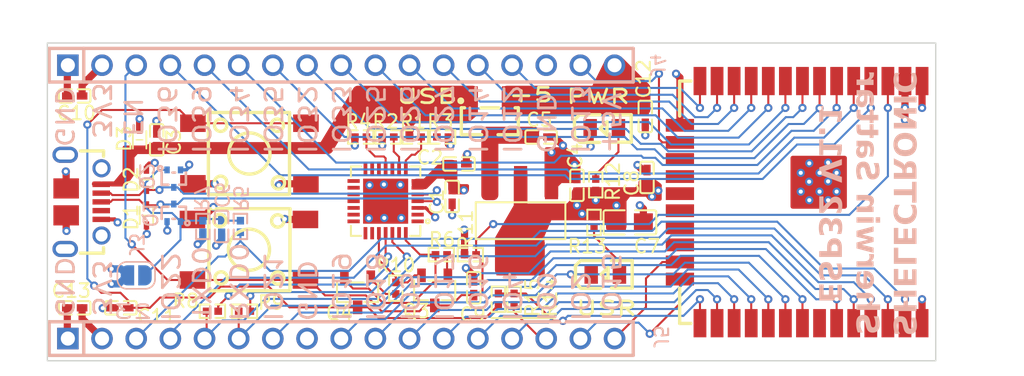
<source format=kicad_pcb>
(kicad_pcb (version 20221018) (generator pcbnew)
  (layers (0 "F.Cu" signal) (1 "In1.Cu" power) (2 "In2.Cu" power) (31 "B.Cu" signal) (34 "B.Paste" user) (35 "F.Paste" user) (36 "B.SilkS" user "B.Silkscreen") (37 "F.SilkS" user "F.Silkscreen") (38 "B.Mask" user) (39 "F.Mask" user) (44 "Edge.Cuts" user))
  (net 0 "")
  (net 1 "GND")
  (net 2 "+3V3")
  (net 3 "5V_BUS")
  (net 4 "+5V LDO in")
  (net 5 "Net-(J3-A)")
  (net 6 "EN")
  (net 7 "IO0_BTN")
  (net 8 "+5V")
  (net 9 "D+")
  (net 10 "D-")
  (net 12 "I36")
  (net 13 "I39")
  (net 14 "I34")
  (net 15 "I35")
  (net 16 "IO32")
  (net 17 "IO33")
  (net 18 "IO25")
  (net 19 "IO26")
  (net 20 "IO27")
  (net 21 "IO14")
  (net 22 "IO12")
  (net 23 "IO13")
  (net 24 "IO23")
  (net 25 "IO22")
  (net 26 "TXD0")
  (net 27 "RXD0")
  (net 28 "IO21")
  (net 29 "IO19")
  (net 30 "IO18")
  (net 31 "IO5")
  (net 32 "IO17")
  (net 33 "IO16")
  (net 34 "IO4")
  (net 35 "IO0_CON")
  (net 36 "IO2")
  (net 37 "IO15")
  (net 38 "Net-(LED1-A)")
  (net 39 "Net-(LED2-+)")
  (net 40 "Net-(Q3-B)")
  (net 41 "RTS")
  (net 42 "Net-(Q4-B)")
  (net 43 "DTR")
  (net 44 "Net-(U2-VBUS)")
  (net 45 "Net-(U2-RSTb)")
  (net 46 "Net-(U2-SUSPENDb)")
  (net 47 "RXD")
  (net 48 "TXD")
  (net 49 "Net-(U1-IO0)")
  (footprint "easyeda2kicad:R0402" (layer "F.Cu") (at 92.886 121.031)
    (fp_text reference "R3")
    (fp_text value "47.5k")
  )
  (footprint "easyeda2kicad:QFN-28_L5.0-W5.0-P0.50-TL-EP3.3" (layer "F.Cu") (at 88.646 125.8048 180)
    (fp_text reference "U2" hide)
    (fp_text value "CP2102N-A02-GQFN28R")
  )
  (footprint "easyeda2kicad:SOD-523_L1.2-W0.8-LS1.6-BI" (layer "F.Cu") (at 70.866 126.861 90)
    (fp_text reference "D1")
    (fp_text value "LESD5D5.0CT1G")
  )
  (footprint "easyeda2kicad:KEY-SMD_4P-L6.0-W6.0-P4.50-LS9.0" (layer "F.Cu") (at 78.5204 122.2608)
    (fp_text reference "SW2" hide)
    (fp_text value "PTS645SH50SMTR92LFS")
  )
  (footprint "easyeda2kicad:R0402" (layer "F.Cu") (at 86.7918 121.031)
    (fp_text reference "R4")
    (fp_text value "10k")
  )
  (footprint "easyeda2kicad:HDR-SMD_3P-P1.27-V-M-LS4.2_X1311WVS-03J-C40D42R2" (layer "F.Cu") (at 96.393 119.862)
    (fp_text reference "J2" hide)
    (fp_text value "X1311WVS-03J-C40D42R2")
  )
  (footprint "easyeda2kicad:R0402" (layer "F.Cu") (at 92.7836 129.7834)
    (fp_text reference "R6")
    (fp_text value "10k")
  )
  (footprint "easyeda2kicad:C0402" (layer "F.Cu") (at 107.95 119.507 90)
    (fp_text reference "C12")
    (fp_text value "100nF")
  )
  (footprint "easyeda2kicad:C0402" (layer "F.Cu") (at 65.532 133.731)
    (fp_text reference "C13")
    (fp_text value "100nF")
  )
  (footprint "easyeda2kicad:R0402" (layer "F.Cu") (at 104.267 124.587 -90)
    (fp_text reference "R12")
    (fp_text value "5.1k")
  )
  (footprint "easyeda2kicad:R0402" (layer "F.Cu") (at 98.1964 133.096 -90)
    (fp_text reference "R14")
    (fp_text value "22K")
  )
  (footprint "easyeda2kicad:SOT-23-3_L2.9-W1.3-P1.90-LS2.4-BR" (layer "F.Cu") (at 86.5606 132.5774 90)
    (fp_text reference "Q4")
    (fp_text value "SS8050-G")
  )
  (footprint "easyeda2kicad:R0402" (layer "F.Cu") (at 94.9426 129.7834 180)
    (fp_text reference "R11")
    (fp_text value "10k")
  )
  (footprint "easyeda2kicad:C0402" (layer "F.Cu") (at 68.961 133.731)
    (fp_text reference "C11")
    (fp_text value "100nF")
  )
  (footprint "easyeda2kicad:R0402" (layer "F.Cu") (at 75.77 133.985)
    (fp_text reference "R8")
    (fp_text value "0")
  )
  (footprint "easyeda2kicad:R0402" (layer "F.Cu") (at 104.14 127.381 90)
    (fp_text reference "R13")
    (fp_text value "560")
  )
  (footprint "easyeda2kicad:SOD-523_L1.2-W0.8-LS1.6-BI" (layer "F.Cu") (at 70.358 121.243 -90)
    (fp_text reference "D3")
    (fp_text value "LESD5D5.0CT1G")
  )
  (footprint "easyeda2kicad:C0402" (layer "F.Cu") (at 102.87 124.623 -90)
    (fp_text reference "C4")
    (fp_text value "10uF")
  )
  (footprint "easyeda2kicad:LED0805-R-RD" (layer "F.Cu") (at 104.9782 131.2418)
    (fp_text reference "LED2" hide)
    (fp_text value "FC-2012HRK-620D")
  )
  (footprint "easyeda2kicad:KEY-SMD_4P-L6.0-W6.0-P4.50-LS9.0" (layer "F.Cu") (at 78.486 129.413 180)
    (fp_text reference "SW1" hide)
    (fp_text value "PTS645SH50SMTR92LFS")
  )
  (footprint "easyeda2kicad:C0805" (layer "F.Cu") (at 106.807 127.381)
    (fp_text reference "C7")
    (fp_text value "22uF")
  )
  (footprint "easyeda2kicad:C0402" (layer "F.Cu") (at 95.1966 132.2384 -90)
    (fp_text reference "C9")
    (fp_text value "100nF")
  )
  (footprint "easyeda2kicad:R0402" (layer "F.Cu") (at 88.822 121.031)
    (fp_text reference "R2")
    (fp_text value "1k")
  )
  (footprint "easyeda2kicad:SOT-223-4_L6.5-W3.5-P2.30-LS7.0-BR" (layer "F.Cu") (at 98.679 127.254 90)
    (fp_text reference "U3" hide)
    (fp_text value "AMS1117-3.3_C347222")
  )
  (footprint "easyeda2kicad:C0402" (layer "F.Cu") (at 71.628 121.243 -90)
    (fp_text reference "C3")
    (fp_text value "100n")
  )
  (footprint "easyeda2kicad:R0402" (layer "F.Cu") (at 90.854 121.031)
    (fp_text reference "R1")
    (fp_text value "22.1k")
  )
  (footprint "easyeda2kicad:R0402" (layer "F.Cu") (at 89.4054 132.2726 -90)
    (fp_text reference "R10")
    (fp_text value "10k")
  )
  (footprint "easyeda2kicad:MICRO-USB-SMD_105017-0001" (layer "F.Cu") (at 66.177 125.857 -90)
    (fp_text reference "J1" hide)
    (fp_text value "105017-0001")
  )
  (footprint "easyeda2kicad:C0402" (layer "F.Cu") (at 65.532 117.983)
    (fp_text reference "C10")
    (fp_text value "100nF")
  )
  (footprint "easyeda2kicad:C0402" (layer "F.Cu") (at 100.203 121.031 180)
    (fp_text reference "C5")
    (fp_text value "10uF")
  )
  (footprint "easyeda2kicad:R0402" (layer "F.Cu") (at 97.028 133.096 -90)
    (fp_text reference "R15")
    (fp_text value "22K")
  )
  (footprint "easyeda2kicad:SOD-523_L1.2-W0.8-LS1.6-BI" (layer "F.Cu") (at 70.866 124.218 -90)
    (fp_text reference "D2")
    (fp_text value "LESD5D5.0CT1G")
  )
  (footprint "easyeda2kicad:SOT-23-3_L2.9-W1.3-P1.90-LS2.4-BR" (layer "F.Cu") (at 92.2756 132.4504 90)
    (fp_text reference "Q3")
    (fp_text value "SS8050-G")
  )
  (footprint "easyeda2kicad:LED0805-R-RD" (layer "F.Cu") (at 104.902 120.396)
    (fp_text reference "LED1" hide)
    (fp_text value "0805G (Green)")
  )
  (footprint "easyeda2kicad:WIFI-SMD_ESP32-WROOM-32E" (layer "F.Cu") (at 119.524 125.874 180)
    (fp_text reference "U1" hide)
    (fp_text value "ESP32-WROOM-32E(8MB)")
  )
  (footprint "easyeda2kicad:R0402" (layer "F.Cu") (at 78.154 133.985)
    (fp_text reference "R9")
    (fp_text value "0")
  )
  (footprint "easyeda2kicad:C0402" (layer "F.Cu") (at 93.5902 125.4506 -90)
    (fp_text reference "C1")
    (fp_text value "4.7uF")
  )
  (footprint "easyeda2kicad:C0402" (layer "F.Cu") (at 94.0982 123.0376)
    (fp_text reference "C2")
    (fp_text value "100nF")
  )
  (footprint "easyeda2kicad:C0402" (layer "F.Cu") (at 108.077 124.037 -90)
    (fp_text reference "C8")
    (fp_text value "100nF")
  )
  (footprint "easyeda2kicad:HDR-TH_17P-P2.54-V-M" (layer "B.Cu") (at 85.344 115.697)
    (fp_text reference "J4")
    (fp_text value "X6511WV-17H-C30D60")
  )
  (footprint "easyeda2kicad:R0402" (layer "B.Cu") (at 77.851 127.684 90)
    (fp_text reference "R5")
    (fp_text value "1k")
  )
  (footprint "easyeda2kicad:C0402" (layer "B.Cu") (at 76.454 127.684 -90)
    (fp_text reference "C6")
    (fp_text value "100nF")
  )
  (footprint "easyeda2kicad:SOT-523-3_L1.6-W0.8-P1.00-LS1.6-BR" (layer "B.Cu") (at 72.898 124.128 90)
    (fp_text reference "Q2")
    (fp_text value "2N7002T-7-F")
  )
  (footprint "easyeda2kicad:HDR-TH_17P-P2.54-V-M" (layer "B.Cu") (at 85.344 136.017)
    (fp_text reference "J5")
    (fp_text value "X6511WV-17H-C30D60")
  )
  (footprint "easyeda2kicad:R0402" (layer "B.Cu") (at 75.057 127.684 90)
    (fp_text reference "R7")
    (fp_text value "10k")
  )
  (footprint "Jumper:SolderJumper-2_P1.3mm_Open_RoundedPad1.0x1.5mm" (layer "B.Cu") (at 70.104 131.318 180)
    (fp_text reference "J3")
    (fp_text value "SolderJumper_2_Open")
  )
  (footprint "easyeda2kicad:SOT-523-3_L1.6-W0.8-P1.00-LS1.6-BR" (layer "B.Cu") (at 72.898 126.668 -90)
    (fp_text reference "Q1")
    (fp_text value "2N7002T-7-F")
  )
  (gr_line (start 96.52 134.493) (end 101.219 134.493) (stroke (width 0.1524)) (layer "F.SilkS"))
  (gr_rect (start 63.5 114.046) (end 129.54 137.668) (stroke (width 0.1)) (fill none) (layer "Edge.Cuts"))
  (gr_text "IO16" (at 94.742 134.874 270) (layer "B.SilkS") (effects (font (size 1.27 1.5) (thickness 0.2032)) (justify left bottom mirror)))
  (gr_text "TXD0" (at 74.168 134.7724 270) (layer "B.SilkS") (effects (font (size 1.27 1.5) (thickness 0.2032)) (justify left bottom mirror)))
  (gr_text "IO35" (at 79.502 122.428 270) (layer "B.SilkS") (effects (font (size 1.27 1.5) (thickness 0.2032)) (justify left bottom mirror)))
  (gr_text "+5V\n" (at 104.648 122.428 -90) (layer "B.SilkS") (effects (font (size 1.27 1.5) (thickness 0.2032)) (justify left bottom mirror)))
  (gr_text "3V3" (at 66.7766 121.2596 270) (layer "B.SilkS") (effects (font (size 1.27 1.5) (thickness 0.2032)) (justify left bottom mirror)))
  (gr_text "IO22" (at 71.882 134.874 270) (layer "B.SilkS") (effects (font (size 1.27 1.5) (thickness 0.2032)) (justify left bottom mirror)))
  (gr_text "RXD0\n" (at 76.962 134.874 270) (layer "B.SilkS") (effects (font (size 1.27 1.5) (thickness 0.2032)) (justify left bottom mirror)))
  (gr_text "GND" (at 82.042 134.874 270) (layer "B.SilkS") (effects (font (size 1.27 1.5) (thickness 0.2032)) (justify left bottom mirror)))
  (gr_text "IO4" (at 97.282 134.874 270) (layer "B.SilkS") (effects (font (size 1.27 1.5) (thickness 0.2032)) (justify left bottom mirror)))
  (gr_text "IO33" (at 84.582 122.428 270) (layer "B.SilkS") (effects (font (size 1.27 1.5) (thickness 0.2032)) (justify left bottom mirror)))
  (gr_text "GND" (at 99.822 122.428 -90) (layer "B.SilkS") (effects (font (size 1.27 1.5) (thickness 0.2032)) (justify left bottom mirror)))
  (gr_text "IO0\n" (at 99.822 134.874 270) (layer "B.SilkS") (effects (font (size 1.27 1.5) (thickness 0.2032)) (justify left bottom mirror)))
  (gr_text "GND" (at 64.008 121.92 270) (layer "B.SilkS") (effects (font (size 1.27 1.5) (thickness 0.2032)) (justify left bottom mirror)))
  (gr_text "23" (at 71.374 134.62) (layer "B.SilkS") (effects (font (size 1.016 1.5) (thickness 0.1524)) (justify left bottom mirror)))
  (gr_text "IO14" (at 94.742 122.428 -90) (layer "B.SilkS") (effects (font (size 1.27 1.5) (thickness 0.2032)) (justify left bottom mirror)))
  (gr_text "IO19" (at 84.582 134.874 270) (layer "B.SilkS") (effects (font (size 1.27 1.5) (thickness 0.2032)) (justify left bottom mirror)))
  (gr_text "3V3" (at 66.7766 134.4422 270) (layer "B.SilkS") (effects (font (size 1.27 1.5) (thickness 0.2032)) (justify left bottom mirror)))
  (gr_text "EN" (at 69.088 121.158 270) (layer "B.SilkS") (effects (font (size 1.27 1.5) (thickness 0.2032)) (justify left bottom mirror)))
  (gr_text "IO36" (at 71.628 122.428 270) (layer "B.SilkS") (effects (font (size 1.27 1.5) (thickness 0.2032)) (justify left bottom mirror)))
  (gr_text "IO26" (at 89.662 122.428 270) (layer "B.SilkS") (effects (font (size 1.27 1.5) (thickness 0.2032)) (justify left bottom mirror)))
  (gr_text "IO2" (at 102.362 134.874 270) (layer "B.SilkS") (effects (font (size 1.27 1.5) (thickness 0.2032)) (justify left bottom mirror)))
  (gr_text "SHELECTRONIC\nSherwin Sattar\nESP32 V1.1" (at 120.5992 125.984 270) (layer "B.SilkS") (effects (font (size 1.651 1.651) (thickness 0.3) bold) (justify bottom mirror)))
  (gr_text "IO32" (at 82.042 122.428 270) (layer "B.SilkS") (effects (font (size 1.27 1.5) (thickness 0.2032)) (justify left bottom mirror)))
  (gr_text "IO5" (at 89.662 134.874 270) (layer "B.SilkS") (effects (font (size 1.27 1.5) (thickness 0.2032)) (justify left bottom mirror)))
  (gr_text "IO27" (at 92.202 122.428 270) (layer "B.SilkS") (effects (font (size 1.27 1.5) (thickness 0.2032)) (justify left bottom mirror)))
  (gr_text "IO13\n" (at 102.362 122.428 -90) (layer "B.SilkS") (effects (font (size 1.27 1.5) (thickness 0.2032)) (justify left bottom mirror)))
  (gr_text "IO17" (at 92.202 134.874 270) (layer "B.SilkS") (effects (font (size 1.27 1.5) (thickness 0.2032)) (justify left bottom mirror)))
  (gr_text "IO34" (at 76.962 122.428 270) (layer "B.SilkS") (effects (font (size 1.27 1.5) (thickness 0.2032)) (justify left bottom mirror)))
  (gr_text "IO15" (at 104.648 134.874 270) (layer "B.SilkS") (effects (font (size 1.27 1.5) (thickness 0.2032)) (justify left bottom mirror)))
  (gr_text "IO25" (at 87.122 122.428 270) (layer "B.SilkS") (effects (font (size 1.27 1.5) (thickness 0.2032)) (justify left bottom mirror)))
  (gr_text "IO12" (at 97.282 122.428 -90) (layer "B.SilkS") (effects (font (size 1.27 1.5) (thickness 0.2032)) (justify left bottom mirror)))
  (gr_text "IO18" (at 87.122 134.874 270) (layer "B.SilkS") (effects (font (size 1.27 1.5) (thickness 0.2032)) (justify left bottom mirror)))
  (gr_text "GND" (at 64.008 134.62 270) (layer "B.SilkS") (effects (font (size 1.27 1.5) (thickness 0.2032)) (justify left bottom mirror)))
  (gr_text "IO21" (at 79.502 134.874 270) (layer "B.SilkS") (effects (font (size 1.27 1.5) (thickness 0.2032)) (justify left bottom mirror)))
  (gr_text "IO39" (at 74.168 122.428 270) (layer "B.SilkS") (effects (font (size 1.27 1.5) (thickness 0.2032)) (justify left bottom mirror)))
  (gr_text "+5\n" (at 101.219 118.491) (layer "F.SilkS") (effects (font (size 1.016 1.5) (thickness 0.2032) bold) (justify right bottom)))
  (gr_text "USR" (at 107.442 134.366) (layer "F.SilkS") (effects (font (size 1.016 1.5) (thickness 0.2032) bold) (justify right bottom)))
  (gr_text "USB\n" (at 94.107 118.618) (layer "F.SilkS") (effects (font (size 1.016 1.5) (thickness 0.2032) bold) (justify right bottom)))
  (gr_text "PWR" (at 106.934 118.618) (layer "F.SilkS") (effects (font (size 1.016 1.5) (thickness 0.2032) bold) (justify right bottom)))
  (segment (start 86.36 121.0328) (end 86.3618 121.031) (width 0.1524) (layer "F.Cu") (net 1))
  (segment (start 128.524 134.874) (end 128.524 133.096) (width 0.5334) (layer "F.Cu") (net 1))
  (segment (start 95.1966 131.35226) (end 94.615 130.77066) (width 0.5334) (layer "F.Cu") (net 1))
  (segment (start 107.95 120.057) (end 107.95 120.904) (width 0.5334) (layer "F.Cu") (net 1))
  (segment (start 103.852 121.7087) (end 103.886 121.7427) (width 0.5334) (layer "F.Cu") (net 1))
  (segment (start 70.866 128.2192) (end 70.8914 128.2446) (width 0.1524) (layer "F.Cu") (net 1))
  (segment (start 128.524 116.874) (end 128.524 118.872) (width 0.5334) (layer "F.Cu") (net 1))
  (segment (start 64.897 127.9906) (end 64.9224 128.016) (width 0.1524) (layer "F.Cu") (net 1))
  (segment (start 100.979 124.424) (end 100.979 122.174) (width 0.5334) (layer "F.Cu") (net 1))
  (segment (start 91.026 126.3048) (end 91.6338 126.3048) (width 0.254) (layer "F.Cu") (net 1))
  (segment (start 64.982 135.975) (end 65.024 136.017) (width 0.1524) (layer "F.Cu") (net 1))
  (segment (start 103.852 120.396) (end 103.852 121.7087) (width 0.5334) (layer "F.Cu") (net 1))
  (segment (start 64.982 133.731) (end 64.982 135.975) (width 0.5334) (layer "F.Cu") (net 1))
  (segment (start 64.897 123.6218) (end 64.8716 123.5964) (width 0.1524) (layer "F.Cu") (net 1))
  (segment (start 70.866 127.611) (end 70.866 128.2192) (width 0.2032) (layer "F.Cu") (net 1))
  (segment (start 68.496301 127.157) (end 68.720301 127.381) (width 0.3048) (layer "F.Cu") (net 1))
  (segment (start 71.628 120.693) (end 71.628 119.8626) (width 0.5334) (layer "F.Cu") (net 1))
  (segment (start 93.316 121.555) (end 93.316 121.031) (width 0.5334) (layer "F.Cu") (net 1))
  (segment (start 100.753 121.031) (end 101.1941 121.031) (width 0.5334) (layer "F.Cu") (net 1))
  (segment (start 64.897 126.857) (end 64.897 127.9906) (width 0.5334) (layer "F.Cu") (net 1))
  (segment (start 93.427 121.666) (end 93.316 121.555) (width 0.5334) (layer "F.Cu") (net 1))
  (segment (start 67.6402 133.731) (end 67.6148 133.7564) (width 0.1524) (layer "F.Cu") (net 1))
  (segment (start 74.286 127.163) (end 74.9189 127.163) (width 0.5334) (layer "F.Cu") (net 1))
  (segment (start 80.703579 124.613351) (end 80.80613 124.5108) (width 0.5334) (layer "F.Cu") (net 1))
  (segment (start 107.5436 126.111) (end 107.807 126.3744) (width 0.5334) (layer "F.Cu") (net 1))
  (segment (start 64.982 117.983) (end 64.982 115.739) (width 0.5334) (layer "F.Cu") (net 1))
  (segment (start 64.982 115.739) (end 65.024 115.697) (width 0.1524) (layer "F.Cu") (net 1))
  (segment (start 107.807 127.381) (end 107.7816 127.4064) (width 0.5334) (layer "F.Cu") (net 1))
  (segment (start 94.6482 123.0376) (end 94.6482 122.3694) (width 0.5334) (layer "F.Cu") (net 1))
  (segment (start 110.524 120.164) (end 110.524 116.62) (width 0.5334) (layer "F.Cu") (net 1))
  (segment (start 82.686 127.163) (end 81.189 127.163) (width 0.5334) (layer "F.Cu") (net 1))
  (segment (start 103.886 121.7427) (end 103.886 121.6273) (width 0.1524) (layer "F.Cu") (net 1))
  (segment (start 91.6338 126.3048) (end 92.329 127) (width 0.254) (layer "F.Cu") (net 1))
  (segment (start 102.87 124.073) (end 102.87 123.2911) (width 0.5334) (layer "F.Cu") (net 1))
  (segment (start 70.358 120.493) (end 70.358 119.6848) (width 0.5334) (layer "F.Cu") (net 1))
  (segment (start 74.9189 127.163) (end 75.8444 126.2375) (width 0.5334) (layer "F.Cu") (net 1))
  (segment (start 68.411 133.731) (end 67.6402 133.731) (width 0.5334) (layer "F.Cu") (net 1))
  (segment (start 95.1966 131.6884) (end 95.1966 131.35226) (width 0.5334) (layer "F.Cu") (net 1))
  (segment (start 101.1941 121.031) (end 101.8286 121.6655) (width 0.5334) (layer "F.Cu") (net 1))
  (segment (start 71.482335 122.957447) (end 71.047753 122.957447) (width 0.2032) (layer "F.Cu") (net 1))
  (segment (start 86.36 121.666) (end 86.36 121.0328) (width 0.5334) (layer "F.Cu") (net 1))
  (segment (start 94.6482 122.3694) (end 94.7166 122.301) (width 0.5334) (layer "F.Cu") (net 1))
  (segment (start 71.628 119.8626) (end 71.6026 119.8372) (width 0.1524) (layer "F.Cu") (net 1))
  (segment (start 64.897 124.857) (end 64.897 123.6218) (width 0.5334) (layer "F.Cu") (net 1))
  (segment (start 108.077 123.487) (end 107.7395 123.487) (width 0.5334) (layer "F.Cu") (net 1))
  (segment (start 70.866 123.1392) (end 70.866 123.468) (width 0.2032) (layer "F.Cu") (net 1))
  (segment (start 93.472 121.666) (end 93.427 121.666) (width 0.1524) (layer "F.Cu") (net 1))
  (segment (start 80.80613 124.5108) (end 82.7204 124.5108) (width 0.5334) (layer "F.Cu") (net 1))
  (segment (start 107.7395 123.487) (end 107.3658 123.1133) (width 0.5334) (layer "F.Cu") (net 1))
  (segment (start 67.507 127.157) (end 68.496301 127.157) (width 0.3048) (layer "F.Cu") (net 1))
  (segment (start 93.5902 126.8476) (end 93.5902 126.0006) (width 0.254) (layer "F.Cu") (net 1))
  (segment (start 110.524 116.62) (end 110.236 116.332) (width 0.5334) (layer "F.Cu") (net 1))
  (segment (start 74.3204 124.5108) (end 75.946 124.5108) (width 0.5334) (layer "F.Cu") (net 1))
  (segment (start 107.807 126.3744) (end 107.807 127.381) (width 0.5334) (layer "F.Cu") (net 1))
  (segment (start 102.87 123.2911) (end 102.6922 123.1133) (width 0.5334) (layer "F.Cu") (net 1))
  (segment (start 71.047753 122.957447) (end 70.866 123.1392) (width 0.2032) (layer "F.Cu") (net 1))
  (segment (start 81.189 127.163) (end 81.153 127.127) (width 0.1524) (layer "F.Cu") (net 1))
  (segment (start 103.886 121.6273) (end 103.852 121.5933) (width 0.1524) (layer "F.Cu") (net 1))
  (via (at 103.886 121.7427) (size 0.6096) (drill 0.3048) (layers "F.Cu" "B.Cu") (net 1))
  (via (at 101.8286 121.6655) (size 0.6096) (drill 0.3048) (layers "F.Cu" "B.Cu") (net 1))
  (via (at 67.6148 133.7564) (size 0.6096) (drill 0.3048) (layers "F.Cu" "B.Cu") (net 1))
  (via (at 110.236 116.332) (size 0.6096) (drill 0.3048) (layers "F.Cu" "B.Cu") (net 1))
  (via (at 94.7166 122.301) (size 0.6096) (drill 0.3048) (layers "F.Cu" "B.Cu") (net 1))
  (via (at 119.507 123.698) (size 0.6096) (drill 0.3048) (layers "F.Cu" "B.Cu") (net 1))
  (via (at 122.174 125.095) (size 0.6096) (drill 0.3048) (layers "F.Cu" "B.Cu") (net 1))
  (via (at 120.142 125.73) (size 0.6096) (drill 0.3048) (layers "F.Cu" "B.Cu") (net 1))
  (via (at 71.6026 119.8372) (size 0.6096) (drill 0.3048) (layers "F.Cu" "B.Cu") (net 1))
  (via (at 70.358 119.6848) (size 0.6096) (drill 0.3048) (layers "F.Cu" "B.Cu") (net 1))
  (via (at 72.4154 127.9906) (size 0.6096) (drill 0.3048) (layers "F.Cu" "B.Cu") (net 1))
  (via (at 128.524 133.096) (size 0.6096) (drill 0.3048) (layers "F.Cu" "B.Cu") (net 1))
  (via (at 121.539 122.936) (size 0.6096) (drill 0.3048) (layers "F.Cu" "B.Cu") (net 1))
  (via (at 121.539 125.73) (size 0.6096) (drill 0.3048) (layers "F.Cu" "B.Cu") (net 1))
  (via (at 122.174 123.698) (size 0.6096) (drill 0.3048) (layers "F.Cu" "B.Cu") (net 1))
  (via (at 107.95 120.904) (size 0.6096) (drill 0.3048) (layers "F.Cu" "B.Cu") (net 1))
  (via (at 74.041 123.0884) (size 0.6096) (drill 0.3048) (layers "F.Cu" "B.Cu") (net 1))
  (via (at 64.9224 128.016) (size 0.6096) (drill 0.3048) (layers "F.Cu" "B.Cu") (net 1))
  (via (at 107.5436 126.111) (size 0.6096) (drill 0.3048) (layers "F.Cu" "B.Cu") (net 1))
  (via (at 70.8914 128.2446) (size 0.6096) (drill 0.3048) (layers "F.Cu" "B.Cu") (net 1))
  (via (at 93.5902 126.8476) (size 0.6096) (drill 0.3048) (layers "F.Cu" "B.Cu") (net 1))
  (via (at 87.4522 124.6124) (size 0.6096) (drill 0.3048) (layers "F.Cu" "B.Cu") (net 1))
  (via (at 86.36 121.666) (size 0.6096) (drill 0.3048) (layers "F.Cu" "B.Cu") (net 1))
  (via (at 68.720301 127.381) (size 0.6096) (drill 0.3048) (layers "F.Cu" "B.Cu") (net 1))
  (via (at 121.539 124.333) (size 0.6096) (drill 0.3048) (layers "F.Cu" "B.Cu") (net 1))
  (via (at 102.6922 123.1133) (size 0.6096) (drill 0.3048) (layers "F.Cu" "B.Cu") (net 1))
  (via (at 75.8444 126.2375) (size 0.6096) (drill 0.3048) (layers "F.Cu" "B.Cu") (net 1))
  (via (at 87.4014 127.0762) (size 0.6096) (drill 0.3048) (layers "F.Cu" "B.Cu") (net 1))
  (via (at 100.979 122.174) (size 0.6096) (drill 0.3048) (layers "F.Cu" "B.Cu") (net 1))
  (via (at 71.482335 122.957447) (size 0.6096) (drill 0.3048) (layers "F.Cu" "B.Cu") (net 1))
  (via (at 119.507 125.095) (size 0.6096) (drill 0.3048) (layers "F.Cu" "B.Cu") (net 1))
  (via (at 88.5444 127.0508) (size 0.6096) (drill 0.3048) (layers "F.Cu" "B.Cu") (net 1))
  (via (at 74.676 129.0066) (size 0.6096) (drill 0.3048) (layers "F.Cu" "B.Cu") (net 1))
  (via (at 120.904 123.698) (size 0.6096) (drill 0.3048) (layers "F.Cu" "B.Cu") (net 1))
  (via (at 120.904 125.095) (size 0.6096) (drill 0.3048) (layers "F.Cu" "B.Cu") (net 1))
  (via (at 128.524 118.872) (size 0.6096) (drill 0.3048) (layers "F.Cu" "B.Cu") (net 1))
  (via (at 120.142 122.9868) (size 0.6096) (drill 0.3048) (layers "F.Cu" "B.Cu") (net 1))
  (via (at 107.3658 123.1133) (size 0.6096) (drill 0.3048) (layers "F.Cu" "B.Cu") (net 1))
  (via (at 93.472 121.666) (size 0.6096) (drill 0.3048) (layers "F.Cu" "B.Cu") (net 1))
  (via (at 80.703579 124.613351) (size 0.6096) (drill 0.3048) (layers "F.Cu" "B.Cu") (net 1))
  (via (at 75.946 124.5108) (size 0.6096) (drill 0.3048) (layers "F.Cu" "B.Cu") (net 1))
  (via (at 89.8144 127.0508) (size 0.6096) (drill 0.3048) (layers "F.Cu" "B.Cu") (net 1))
  (via (at 89.7382 124.587) (size 0.6096) (drill 0.3048) (layers "F.Cu" "B.Cu") (net 1))
  (via (at 64.8716 123.5964) (size 0.6096) (drill 0.3048) (layers "F.Cu" "B.Cu") (net 1))
  (via (at 81.153 127.127) (size 0.6096) (drill 0.3048) (layers "F.Cu" "B.Cu") (net 1))
  (via (at 120.129464 124.35741) (size 0.6096) (drill 0.3048) (layers "F.Cu" "B.Cu") (net 1))
  (via (at 92.329 127) (size 0.6096) (drill 0.3048) (layers "F.Cu" "B.Cu") (net 1))
  (via (at 88.519 124.5616) (size 0.6096) (drill 0.3048) (layers "F.Cu" "B.Cu") (net 1))
  (via (at 76.0476 129.1082) (size 0.6096) (drill 0.3048) (layers "F.Cu" "B.Cu") (net 1))
  (via (at 94.615 130.77066) (size 0.6096) (drill 0.3048) (layers "F.Cu" "B.Cu") (net 1))
  (segment (start 73.8292 123.478) (end 74.041 123.2662) (width 0.254) (layer "B.Cu") (net 1))
  (segment (start 74.041 123.2662) (end 74.041 123.0884) (width 0.254) (layer "B.Cu") (net 1))
  (segment (start 72.398 127.318) (end 72.398 127.9732) (width 0.254) (layer "B.Cu") (net 1))
  (segment (start 75.057 128.114) (end 75.057 128.6256) (width 0.5334) (layer "B.Cu") (net 1))
  (segment (start 76.454 128.7018) (end 76.0476 129.1082) (width 0.5334) (layer "B.Cu") (net 1))
  (segment (start 75.057 128.6256) (end 74.676 129.0066) (width 0.5334) (layer "B.Cu") (net 1))
  (segment (start 76.454 128.234) (end 76.454 128.7018) (width 0.5334) (layer "B.Cu") (net 1))
  (segment (start 72.398 127.9732) (end 72.4154 127.9906) (width 0.254) (layer "B.Cu") (net 1))
  (segment (start 73.398 123.478) (end 73.8292 123.478) (width 0.254) (layer "B.Cu") (net 1))
  (segment (start 92.7862 123.0376) (end 93.5482 123.0376) (width 0.1524) (layer "F.Cu") (net 2))
  (segment (start 108.483898 124.587) (end 108.077 124.587) (width 0.5334) (layer "F.Cu") (net 2))
  (segment (start 93.5902 124.5274) (end 93.5902 124.9006) (width 0.1524) (layer "F.Cu") (net 2))
  (segment (start 108.915698 125.0188) (end 108.483898 124.587) (width 0.5334) (layer "F.Cu") (net 2))
  (segment (start 127.254 116.874) (end 127.254 118.872) (width 0.5334) (layer "F.Cu") (net 2))
  (segment (start 91.519 124.3048) (end 92.7862 123.0376) (width 0.1524) (layer "F.Cu") (net 2))
  (segment (start 91.0304 124.8092) (end 91.5924 124.8092) (width 0.1524) (layer "F.Cu") (net 2))
  (segment (start 108.449571 125.466606) (end 108.077 125.094035) (width 0.5334) (layer "F.Cu") (net 2))
  (segment (start 91.026 124.3048) (end 91.519 124.3048) (width 0.1524) (layer "F.Cu") (net 2))
  (segment (start 91.5924 124.8092) (end 92.3988 124.0028) (width 0.1524) (layer "F.Cu") (net 2))
  (segment (start 93.0656 124.0028) (end 93.5902 124.5274) (width 0.1524) (layer "F.Cu") (net 2))
  (segment (start 66.082 117.983) (end 66.082 117.179) (width 0.5334) (layer "F.Cu") (net 2))
  (segment (start 103.456 126.951) (end 103.251 126.746) (width 0.5334) (layer "F.Cu") (net 2))
  (segment (start 88.392 121.666) (end 88.392 121.031) (width 0.5334) (layer "F.Cu") (net 2))
  (segment (start 91.026 124.8048) (end 91.0304 124.8092) (width 0.1524) (layer "F.Cu") (net 2))
  (segment (start 92.3988 124.0028) (end 93.0656 124.0028) (width 0.1524) (layer "F.Cu") (net 2))
  (segment (start 66.082 133.731) (end 66.082 134.535) (width 0.5334) (layer "F.Cu") (net 2))
  (segment (start 102.87 126.111) (end 102.87 125.173) (width 0.5334) (layer "F.Cu") (net 2))
  (segment (start 105.807 127.381) (end 105.807 126.127) (width 0.5334) (layer "F.Cu") (net 2))
  (segment (start 94.5126 127.9395) (end 94.488 127.9149) (width 0.5334) (layer "F.Cu") (net 2))
  (segment (start 104.14 126.951) (end 103.456 126.951) (width 0.5334) (layer "F.Cu") (net 2))
  (segment (start 66.082 134.535) (end 67.564 136.017) (width 0.5334) (layer "F.Cu") (net 2))
  (segment (start 127.254 118.872) (end 127.254 119.761) (width 0.5334) (layer "F.Cu") (net 2))
  (segment (start 104.267 125.73) (end 104.267 125.017) (width 0.5334) (layer "F.Cu") (net 2))
  (segment (start 94.3703 124.9006) (end 93.5902 124.9006) (width 0.1524) (layer "F.Cu") (net 2))
  (segment (start 94.5126 129.7834) (end 94.5126 127.9395) (width 0.5334) (layer "F.Cu") (net 2))
  (segment (start 66.082 117.179) (end 67.564 115.697) (width 0.5334) (layer "F.Cu") (net 2))
  (segment (start 108.077 125.094035) (end 108.077 124.587) (width 0.5334) (layer "F.Cu") (net 2))
  (segment (start 94.4626 124.9929) (end 94.3703 124.9006) (width 0.1524) (layer "F.Cu") (net 2))
  (via (at 104.267 125.73) (size 0.6096) (drill 0.3048) (layers "F.Cu" "B.Cu") (net 2))
  (via (at 127.254 119.761) (size 0.6096) (drill 0.3048) (layers "F.Cu" "B.Cu") (net 2))
  (via (at 108.449571 125.466606) (size 0.6096) (drill 0.3048) (layers "F.Cu" "B.Cu") (net 2))
  (via (at 105.807 126.127) (size 0.6096) (drill 0.3048) (layers "F.Cu" "B.Cu") (net 2))
  (via (at 88.392 121.666) (size 0.6096) (drill 0.3048) (layers "F.Cu" "B.Cu") (net 2))
  (via (at 103.251 126.746) (size 0.6096) (drill 0.3048) (layers "F.Cu" "B.Cu") (net 2))
  (via (at 127.254 118.872) (size 0.6096) (drill 0.3048) (layers "F.Cu" "B.Cu") (net 2))
  (via (at 102.87 126.111) (size 0.6096) (drill 0.3048) (layers "F.Cu" "B.Cu") (net 2))
  (via (at 108.915698 125.0188) (size 0.6096) (drill 0.3048) (layers "F.Cu" "B.Cu") (net 2))
  (via (at 94.488 127.9149) (size 0.6096) (drill 0.3048) (layers "F.Cu" "B.Cu") (net 2))
  (via (at 94.4626 124.9929) (size 0.6096) (drill 0.3048) (layers "F.Cu" "B.Cu") (net 2))
  (via (at 68.2752 130.8354) (size 0.6096) (drill 0.3048) (layers "F.Cu" "B.Cu") (net 2))
  (via (at 68.2752 131.953) (size 0.6096) (drill 0.3048) (layers "F.Cu" "B.Cu") (net 2))
  (segment (start 68.2752 131.953) (end 68.819 131.953) (width 0.5334) (layer "B.Cu") (net 2))
  (segment (start 68.2752 130.8354) (end 68.3006 130.8354) (width 0.1524) (layer "B.Cu") (net 2))
  (segment (start 68.9714 130.8354) (end 69.454 131.318) (width 0.5334) (layer "B.Cu") (net 2))
  (segment (start 68.2752 130.8354) (end 68.9714 130.8354) (width 0.5334) (layer "B.Cu") (net 2))
  (segment (start 68.819 131.953) (end 69.454 131.318) (width 0.5334) (layer "B.Cu") (net 2))
  (segment (start 75.177 127.134) (end 75.057 127.254) (width 0.1524) (layer "B.Cu") (net 5))
  (segment (start 70.7644 124.46) (end 71.7464 123.478) (width 0.1524) (layer "B.Cu") (net 5))
  (segment (start 73.398 128.674) (end 73.398 127.318) (width 0.1524) (layer "B.Cu") (net 5))
  (segment (start 76.574 127.254) (end 76.454 127.134) (width 0.1524) (layer "B.Cu") (net 5))
  (segment (start 71.7464 123.478) (end 72.398 123.478) (width 0.1524) (layer "B.Cu") (net 5))
  (segment (start 73.398 127.318) (end 72.762 126.682) (width 0.1524) (layer "B.Cu") (net 5))
  (segment (start 70.754 131.318) (end 73.398 128.674) (width 0.1524) (layer "B.Cu") (net 5))
  (segment (start 73.462 127.254) (end 73.398 127.318) (width 0.1524) (layer "B.Cu") (net 5))
  (segment (start 76.454 127.134) (end 75.177 127.134) (width 0.1524) (layer "B.Cu") (net 5))
  (segment (start 71.2338 126.682) (end 70.7644 126.2126) (width 0.1524) (layer "B.Cu") (net 5))
  (segment (start 72.762 126.682) (end 71.2338 126.682) (width 0.1524) (layer "B.Cu") (net 5))
  (segment (start 75.057 127.254) (end 73.462 127.254) (width 0.1524) (layer "B.Cu") (net 5))
  (segment (start 70.7644 126.2126) (end 70.7644 124.46) (width 0.1524) (layer "B.Cu") (net 5))
  (segment (start 77.851 127.254) (end 76.574 127.254) (width 0.1524) (layer "B.Cu") (net 5))
  (segment (start 95.3726 128.7044) (end 96.569 127.508) (width 0.1524) (layer "F.Cu") (net 6))
  (segment (start 95.3726 129.7834) (end 95.8476 130.2584) (width 0.1524) (layer "F.Cu") (net 6))
  (segment (start 95.3726 129.7834) (end 95.3726 128.7044) (width 0.1524) (layer "F.Cu") (net 6))
  (segment (start 82.9966 131.663) (end 82.686 131.663) (width 0.1524) (layer "F.Cu") (net 6))
  (segment (start 82.686 131.663) (end 74.286 131.663) (width 0.1524) (layer "F.Cu") (net 6))
  (segment (start 93.5231 133.5529) (end 92.296 133.5529) (width 0.1524) (layer "F.Cu") (net 6))
  (segment (start 91.5927 133.5529) (end 91.1606 133.985) (width 0.1524) (layer "F.Cu") (net 6))
  (segment (start 91.1606 133.985) (end 88.34842 133.985) (width 0.1524) (layer "F.Cu") (net 6))
  (segment (start 95.6338 132.7884) (end 95.1966 132.7884) (width 0.1524) (layer "F.Cu") (net 6))
  (segment (start 84.1396 132.806) (end 82.9966 131.663) (width 0.1524) (layer "F.Cu") (net 6))
  (segment (start 92.296 133.5529) (end 91.5927 133.5529) (width 0.1524) (layer "F.Cu") (net 6))
  (segment (start 96.569 127.508) (end 96.647 127.508) (width 0.1524) (layer "F.Cu") (net 6))
  (segment (start 74.286 131.663) (end 72.4302 131.663) (width 0.1524) (layer "F.Cu") (net 6))
  (segment (start 95.8476 132.5746) (end 95.6338 132.7884) (width 0.1524) (layer "F.Cu") (net 6))
  (segment (start 125.984 116.874) (end 125.984 118.872) (width 0.1524) (layer "F.Cu") (net 6))
  (segment (start 87.16942 132.806) (end 84.1396 132.806) (width 0.1524) (layer "F.Cu") (net 6))
  (segment (start 72.4302 131.663) (end 69.7738 129.0066) (width 0.1524) (layer "F.Cu") (net 6))
  (segment (start 95.1966 132.7884) (end 94.2876 132.7884) (width 0.1524) (layer "F.Cu") (net 6))
  (segment (start 88.34842 133.985) (end 87.16942 132.806) (width 0.1524) (layer "F.Cu") (net 6))
  (segment (start 82.6966 131.6736) (end 82.686 131.663) (width 0.1524) (layer "F.Cu") (net 6))
  (segment (start 95.8476 130.2584) (end 95.8476 132.5746) (width 0.1524) (layer "F.Cu") (net 6))
  (segment (start 94.2876 132.7884) (end 93.5231 133.5529) (width 0.1524) (layer "F.Cu") (net 6))
  (via (at 96.647 127.508) (size 0.6096) (drill 0.3048) (layers "F.Cu" "B.Cu") (net 6))
  (via (at 69.7738 129.0066) (size 0.6096) (drill 0.3048) (layers "F.Cu" "B.Cu") (net 6))
  (via (at 125.984 118.872) (size 0.6096) (drill 0.3048) (layers "F.Cu" "B.Cu") (net 6))
  (segment (start 69.7738 129.0066) (end 69.304001 128.536801) (width 0.1524) (layer "B.Cu") (net 6))
  (segment (start 108.24758 127.508) (end 108.933374 126.822206) (width 0.1524) (layer "B.Cu") (net 6))
  (segment (start 69.304001 116.496999) (end 70.104 115.697) (width 0.1524) (layer "B.Cu") (net 6))
  (segment (start 125.984 123.952) (end 125.984 118.872) (width 0.1524) (layer "B.Cu") (net 6))
  (segment (start 108.933374 126.822206) (end 123.113794 126.822206) (width 0.1524) (layer "B.Cu") (net 6))
  (segment (start 96.647 127.508) (end 108.24758 127.508) (width 0.1524) (layer "B.Cu") (net 6))
  (segment (start 123.113794 126.822206) (end 125.984 123.952) (width 0.1524) (layer "B.Cu") (net 6))
  (segment (start 69.304001 128.536801) (end 69.304001 116.496999) (width 0.1524) (layer "B.Cu") (net 6))
  (segment (start 67.564 119.0244) (end 66.4718 120.1166) (width 0.1524) (layer "F.Cu") (net 7))
  (segment (start 87.3397 133.6947) (end 86.5634 133.6947) (width 0.1524) (layer "F.Cu") (net 7))
  (segment (start 75.565 132.969) (end 71.882 132.969) (width 0.1524) (layer "F.Cu") (net 7))
  (segment (start 86.5634 133.6947) (end 81.4977 133.6947) (width 0.1524) (layer "F.Cu") (net 7))
  (segment (start 97.028 133.526) (end 97.028 133.5278) (width 0.1524) (layer "F.Cu") (net 7))
  (segment (start 96.0628 134.493) (end 88.138 134.493) (width 0.1524) (layer "F.Cu") (net 7))
  (segment (start 81.4977 133.6947) (end 79.9592 132.1562) (width 0.1524) (layer "F.Cu") (net 7))
  (segment (start 71.12 133.731) (end 69.511 133.731) (width 0.1524) (layer "F.Cu") (net 7))
  (segment (start 74.3204 120.0108) (end 73.334 119.0244) (width 0.1524) (layer "F.Cu") (net 7))
  (segment (start 97.028 133.5278) (end 96.0628 134.493) (width 0.1524) (layer "F.Cu") (net 7))
  (segment (start 69.511 133.1888) (end 69.511 133.731) (width 0.1524) (layer "F.Cu") (net 7))
  (segment (start 66.9798 132.08) (end 67.5132 132.6134) (width 0.1524) (layer "F.Cu") (net 7))
  (segment (start 67.5132 132.6134) (end 68.9356 132.6134) (width 0.1524) (layer "F.Cu") (net 7))
  (segment (start 73.334 119.0244) (end 67.564 119.0244) (width 0.1524) (layer "F.Cu") (net 7))
  (segment (start 68.9356 132.6134) (end 69.511 133.1888) (width 0.1524) (layer "F.Cu") (net 7))
  (segment (start 82.7204 120.0108) (end 74.3204 120.0108) (width 0.1524) (layer "F.Cu") (net 7))
  (segment (start 88.138 134.493) (end 87.3397 133.6947) (width 0.1524) (layer "F.Cu") (net 7))
  (segment (start 76.3778 132.1562) (end 75.565 132.969) (width 0.1524) (layer "F.Cu") (net 7))
  (segment (start 79.9592 132.1562) (end 76.3778 132.1562) (width 0.1524) (layer "F.Cu") (net 7))
  (segment (start 71.882 132.969) (end 71.12 133.731) (width 0.1524) (layer "F.Cu") (net 7))
  (via (at 66.4718 120.1166) (size 0.6096) (drill 0.3048) (layers "F.Cu" "B.Cu") (net 7))
  (via (at 66.9798 132.08) (size 0.6096) (drill 0.3048) (layers "F.Cu" "B.Cu") (net 7))
  (segment (start 66.4718 120.1166) (end 66.4718 131.572) (width 0.1524) (layer "B.Cu") (net 7))
  (segment (start 66.4718 131.572) (end 66.9798 132.08) (width 0.1524) (layer "B.Cu") (net 7))
  (segment (start 71.8439 126.111) (end 70.866 126.111) (width 0.1524) (layer "F.Cu") (net 9))
  (segment (start 68.3514 125.7046) (end 70.3326 125.7046) (width 0.1524) (layer "F.Cu") (net 9))
  (segment (start 68.199 125.857) (end 68.3514 125.7046) (width 0.1524) (layer "F.Cu") (net 9))
  (segment (start 70.3326 125.7046) (end 70.739 126.111) (width 0.1524) (layer "F.Cu") (net 9))
  (segment (start 70.739 126.111) (end 70.866 126.111) (width 0.1524) (layer "F.Cu") (net 9))
  (segment (start 91.026 125.8048) (end 92.404797 125.8048) (width 0.1524) (layer "F.Cu") (net 9))
  (segment (start 67.507 125.857) (end 68.199 125.857) (width 0.1524) (layer "F.Cu") (net 9))
  (segment (start 92.404797 125.8048) (end 92.456 125.856003) (width 0.1524) (layer "F.Cu") (net 9))
  (segment (start 71.9074 126.0475) (end 71.8439 126.111) (width 0.1524) (layer "F.Cu") (net 9))
  (via (at 92.456 125.856003) (size 0.6096) (drill 0.3048) (layers "F.Cu" "B.Cu") (net 9))
  (via (at 71.9074 126.0475) (size 0.6096) (drill 0.3048) (layers "F.Cu" "B.Cu") (net 9))
  (segment (start 73.6092 125.603) (end 92.202997 125.603) (width 0.1524) (layer "B.Cu") (net 9))
  (segment (start 71.9074 126.0475) (end 72.8685 126.0475) (width 0.1524) (layer "B.Cu") (net 9))
  (segment (start 72.898 126.018) (end 73.1942 126.018) (width 0.1524) (layer "B.Cu") (net 9))
  (segment (start 72.8685 126.0475) (end 72.898 126.018) (width 0.1524) (layer "B.Cu") (net 9))
  (segment (start 73.1942 126.018) (end 73.6092 125.603) (width 0.1524) (layer "B.Cu") (net 9))
  (segment (start 71.9369 126.018) (end 71.9074 126.0475) (width 0.1524) (layer "B.Cu") (net 9))
  (segment (start 92.202997 125.603) (end 92.456 125.856003) (width 0.1524) (layer "B.Cu") (net 9))
  (segment (start 67.507 125.207) (end 68.184 125.207) (width 0.1524) (layer "F.Cu") (net 10))
  (segment (start 68.326 125.349) (end 70.3326 125.349) (width 0.1524) (layer "F.Cu") (net 10))
  (segment (start 70.3326 125.349) (end 70.7136 124.968) (width 0.1524) (layer "F.Cu") (net 10))
  (segment (start 92.109177 125.3048) (end 92.421077 124.9929) (width 0.1524) (layer "F.Cu") (net 10))
  (segment (start 70.7136 124.968) (end 70.866 124.968) (width 0.1524) (layer "F.Cu") (net 10))
  (segment (start 91.026 125.3048) (end 92.109177 125.3048) (width 0.1524) (layer "F.Cu") (net 10))
  (segment (start 68.184 125.207) (end 68.326 125.349) (width 0.1524) (layer "F.Cu") (net 10))
  (segment (start 92.421077 124.9929) (end 92.456 124.9929) (width 0.1524) (layer "F.Cu") (net 10))
  (segment (start 70.866 124.968) (end 71.8312 124.968) (width 0.1524) (layer "F.Cu") (net 10))
  (via (at 71.8312 124.968) (size 0.6096) (drill 0.3048) (layers "F.Cu" "B.Cu") (net 10))
  (via (at 92.456 124.9929) (size 0.6096) (drill 0.3048) (layers "F.Cu" "B.Cu") (net 10))
  (segment (start 73.6346 125.2474) (end 92.2015 125.2474) (width 0.1524) (layer "B.Cu") (net 10))
  (segment (start 72.898 124.778) (end 72.0212 124.778) (width 0.1524) (layer "B.Cu") (net 10))
  (segment (start 92.2015 125.2474) (end 92.456 124.9929) (width 0.1524) (layer "B.Cu") (net 10))
  (segment (start 72.898 124.778) (end 73.1652 124.778) (width 0.1524) (layer "B.Cu") (net 10))
  (segment (start 72.0212 124.778) (end 71.8312 124.968) (width 0.1524) (layer "B.Cu") (net 10))
  (segment (start 73.1652 124.778) (end 73.6346 125.2474) (width 0.1524) (layer "B.Cu") (net 10))
  (segment (start 92.4311 124.968) (end 92.456 124.9929) (width 0.1524) (layer "B.Cu") (net 10))
  (segment (start 124.714 116.874) (end 124.714 118.872) (width 0.1524) (layer "F.Cu") (net 12))
  (via (at 124.714 118.872) (size 0.6096) (drill 0.3048) (layers "F.Cu" "B.Cu") (net 12))
  (segment (start 121.9962 121.5898) (end 119.2383 121.5898) (width 0.1524) (layer "B.Cu") (net 12))
  (segment (start 102.260838 124.1547) (end 101.981938 123.8758) (width 0.1524) (layer "B.Cu") (net 12))
  (segment (start 101.981938 123.8758) (end 80.8228 123.8758) (width 0.1524) (layer "B.Cu") (net 12))
  (segment (start 119.2383 121.5898) (end 116.6734 124.1547) (width 0.1524) (layer "B.Cu") (net 12))
  (segment (start 124.714 118.872) (end 121.9962 121.5898) (width 0.1524) (layer "B.Cu") (net 12))
  (segment (start 116.6734 124.1547) (end 102.260838 124.1547) (width 0.1524) (layer "B.Cu") (net 12))
  (segment (start 80.8228 123.8758) (end 72.644 115.697) (width 0.1524) (layer "B.Cu") (net 12))
  (segment (start 123.444 116.874) (end 123.444 118.872) (width 0.1524) (layer "F.Cu") (net 13))
  (via (at 123.444 118.872) (size 0.6096) (drill 0.3048) (layers "F.Cu" "B.Cu") (net 13))
  (segment (start 121.2342 121.0818) (end 119.02788 121.0818) (width 0.1524) (layer "B.Cu") (net 13))
  (segment (start 123.444 118.872) (end 121.2342 121.0818) (width 0.1524) (layer "B.Cu") (net 13))
  (segment (start 82.931 123.444) (end 75.184 115.697) (width 0.1524) (layer "B.Cu") (net 13))
  (segment (start 102.124874 123.444) (end 82.931 123.444) (width 0.1524) (layer "B.Cu") (net 13))
  (segment (start 116.36138 123.7483) (end 102.429174 123.7483) (width 0.1524) (layer "B.Cu") (net 13))
  (segment (start 102.429174 123.7483) (end 102.124874 123.444) (width 0.1524) (layer "B.Cu") (net 13))
  (segment (start 119.02788 121.0818) (end 116.36138 123.7483) (width 0.1524) (layer "B.Cu") (net 13))
  (segment (start 122.174 116.874) (end 122.174 118.872) (width 0.1524) (layer "F.Cu") (net 14))
  (via (at 122.174 118.872) (size 0.6096) (drill 0.3048) (layers "F.Cu" "B.Cu") (net 14))
  (segment (start 122.174 118.872) (end 120.4722 120.5738) (width 0.1524) (layer "B.Cu") (net 14))
  (segment (start 101.186368 122.9365) (end 84.9635 122.9365) (width 0.1524) (layer "B.Cu") (net 14))
  (segment (start 84.9635 122.9365) (end 77.724 115.697) (width 0.1524) (layer "B.Cu") (net 14))
  (segment (start 108.70314 122.5804) (end 107.802768 122.5804) (width 0.1524) (layer "B.Cu") (net 14))
  (segment (start 120.4722 120.5738) (end 118.81746 120.5738) (width 0.1524) (layer "B.Cu") (net 14))
  (segment (start 118.81746 120.5738) (end 116.277464 123.113796) (width 0.1524) (layer "B.Cu") (net 14))
  (segment (start 116.277464 123.113796) (end 109.236533 123.113793) (width 0.1524) (layer "B.Cu") (net 14))
  (segment (start 101.695368 122.4275) (end 101.186368 122.9365) (width 0.1524) (layer "B.Cu") (net 14))
  (segment (start 109.236533 123.113793) (end 108.70314 122.5804) (width 0.1524) (layer "B.Cu") (net 14))
  (segment (start 107.802768 122.5804) (end 107.649868 122.4275) (width 0.1524) (layer "B.Cu") (net 14))
  (segment (start 107.649868 122.4275) (end 101.695368 122.4275) (width 0.1524) (layer "B.Cu") (net 14))
  (segment (start 120.904 116.874) (end 120.904 118.8974) (width 0.1524) (layer "F.Cu") (net 15))
  (via (at 120.904 118.8974) (size 0.6096) (drill 0.3048) (layers "F.Cu" "B.Cu") (net 15))
  (segment (start 120.904 118.8974) (end 119.7356 120.0658) (width 0.1524) (layer "B.Cu") (net 15))
  (segment (start 118.607039 120.065801) (end 116.06704 122.6058) (width 0.1524) (layer "B.Cu") (net 15))
  (segment (start 85.598 121.031) (end 80.264 115.697) (width 0.1524) (layer "B.Cu") (net 15))
  (segment (start 116.06704 122.6058) (end 109.303276 122.6058) (width 0.1524) (layer "B.Cu") (net 15))
  (segment (start 108.642876 121.9454) (end 107.3404 121.9454) (width 0.1524) (layer "B.Cu") (net 15))
  (segment (start 106.426 121.031) (end 85.598 121.031) (width 0.1524) (layer "B.Cu") (net 15))
  (segment (start 109.303276 122.6058) (end 108.642876 121.9454) (width 0.1524) (layer "B.Cu") (net 15))
  (segment (start 107.3404 121.9454) (end 106.426 121.031) (width 0.1524) (layer "B.Cu") (net 15))
  (segment (start 119.7356 120.0658) (end 118.607039 120.065801) (width 0.1524) (layer "B.Cu") (net 15))
  (segment (start 119.634 116.874) (end 119.634 118.872) (width 0.1524) (layer "F.Cu") (net 16))
  (via (at 119.634 118.872) (size 0.6096) (drill 0.3048) (layers "F.Cu" "B.Cu") (net 16))
  (segment (start 118.39662 119.5578) (end 115.856624 122.097796) (width 0.1524) (layer "B.Cu") (net 16))
  (segment (start 87.540999 120.433999) (end 82.804 115.697) (width 0.1524) (layer "B.Cu") (net 16))
  (segment (start 115.856624 122.097796) (end 109.657375 122.097795) (width 0.1524) (layer "B.Cu") (net 16))
  (segment (start 109.657375 122.097795) (end 109.09858 121.539) (width 0.1524) (layer "B.Cu") (net 16))
  (segment (start 118.9482 119.5578) (end 118.39662 119.5578) (width 0.1524) (layer "B.Cu") (net 16))
  (segment (start 109.09858 121.539) (end 107.615132 121.539) (width 0.1524) (layer "B.Cu") (net 16))
  (segment (start 106.510131 120.433999) (end 87.540999 120.433999) (width 0.1524) (layer "B.Cu") (net 16))
  (segment (start 119.634 118.872) (end 118.9482 119.5578) (width 0.1524) (layer "B.Cu") (net 16))
  (segment (start 107.615132 121.539) (end 106.510131 120.433999) (width 0.1524) (layer "B.Cu") (net 16))
  (segment (start 118.364 116.874) (end 118.364 118.872) (width 0.1524) (layer "F.Cu") (net 17))
  (via (at 118.364 118.872) (size 0.6096) (drill 0.3048) (layers "F.Cu" "B.Cu") (net 17))
  (segment (start 108.204 119.926) (end 89.573 119.926) (width 0.1524) (layer "B.Cu") (net 17))
  (segment (start 115.646204 121.589796) (end 109.867796 121.589796) (width 0.1524) (layer "B.Cu") (net 17))
  (segment (start 109.867796 121.589796) (end 108.204 119.926) (width 0.1524) (layer "B.Cu") (net 17))
  (segment (start 118.364 118.872) (end 115.646204 121.589796) (width 0.1524) (layer "B.Cu") (net 17))
  (segment (start 89.573 119.926) (end 85.344 115.697) (width 0.1524) (layer "B.Cu") (net 17))
  (segment (start 117.094 116.874) (end 117.094 118.872) (width 0.1524) (layer "F.Cu") (net 18))
  (via (at 117.094 118.872) (size 0.6096) (drill 0.3048) (layers "F.Cu" "B.Cu") (net 18))
  (segment (start 108.712 119.418) (end 91.605 119.418) (width 0.1524) (layer "B.Cu") (net 18))
  (segment (start 110.375797 121.081797) (end 108.712 119.418) (width 0.1524) (layer "B.Cu") (net 18))
  (segment (start 114.884203 121.081797) (end 110.375797 121.081797) (width 0.1524) (layer "B.Cu") (net 18))
  (segment (start 117.094 118.872) (end 114.884203 121.081797) (width 0.1524) (layer "B.Cu") (net 18))
  (segment (start 91.605 119.418) (end 87.884 115.697) (width 0.1524) (layer "B.Cu") (net 18))
  (segment (start 115.824 116.874) (end 115.824 118.872) (width 0.1524) (layer "F.Cu") (net 19))
  (via (at 115.824 118.872) (size 0.6096) (drill 0.3048) (layers "F.Cu" "B.Cu") (net 19))
  (segment (start 114.122201 120.573799) (end 110.883798 120.573798) (width 0.1524) (layer "B.Cu") (net 19))
  (segment (start 110.883798 120.573798) (end 109.22 118.91) (width 0.1524) (layer "B.Cu") (net 19))
  (segment (start 109.22 118.91) (end 93.637 118.91) (width 0.1524) (layer "B.Cu") (net 19))
  (segment (start 93.637 118.91) (end 90.424 115.697) (width 0.1524) (layer "B.Cu") (net 19))
  (segment (start 115.824 118.872) (end 114.122201 120.573799) (width 0.1524) (layer "B.Cu") (net 19))
  (segment (start 114.554 116.874) (end 114.554 118.872) (width 0.1524) (layer "F.Cu") (net 20))
  (via (at 114.554 118.872) (size 0.6096) (drill 0.3048) (layers "F.Cu" "B.Cu") (net 20))
  (segment (start 109.728 118.402) (end 95.668999 118.401999) (width 0.1524) (layer "B.Cu") (net 20))
  (segment (start 111.391799 120.065799) (end 109.728 118.402) (width 0.1524) (layer "B.Cu") (net 20))
  (segment (start 114.554 118.872) (end 113.360201 120.065799) (width 0.1524) (layer "B.Cu") (net 20))
  (segment (start 95.668999 118.401999) (end 92.964 115.697) (width 0.1524) (layer "B.Cu") (net 20))
  (segment (start 113.360201 120.065799) (end 111.391799 120.065799) (width 0.1524) (layer "B.Cu") (net 20))
  (segment (start 113.284 116.874) (end 113.284 118.872) (width 0.1524) (layer "F.Cu") (net 21))
  (via (at 113.284 118.872) (size 0.6096) (drill 0.3048) (layers "F.Cu" "B.Cu") (net 21))
  (segment (start 111.6458 119.5578) (end 109.982 117.894) (width 0.1524) (layer "B.Cu") (net 21))
  (segment (start 97.701 117.894) (end 95.504 115.697) (width 0.1524) (layer "B.Cu") (net 21))
  (segment (start 109.982 117.894) (end 97.701 117.894) (width 0.1524) (layer "B.Cu") (net 21))
  (segment (start 113.284 118.872) (end 112.5982 119.5578) (width 0.1524) (layer "B.Cu") (net 21))
  (segment (start 112.5982 119.5578) (end 111.6458 119.5578) (width 0.1524) (layer "B.Cu") (net 21))
  (segment (start 112.014 116.874) (end 112.014 118.872) (width 0.1524) (layer "F.Cu") (net 22))
  (via (at 112.014 118.872) (size 0.6096) (drill 0.3048) (layers "F.Cu" "B.Cu") (net 22))
  (segment (start 112.014 118.872) (end 110.528 117.386) (width 0.1524) (layer "B.Cu") (net 22))
  (segment (start 110.528 117.386) (end 99.733 117.386) (width 0.1524) (layer "B.Cu") (net 22))
  (segment (start 99.733 117.386) (end 98.044 115.697) (width 0.1524) (layer "B.Cu") (net 22))
  (segment (start 109.22 121.434) (end 108.966 121.18) (width 0.1524) (layer "F.Cu") (net 23))
  (segment (start 110.524 121.434) (end 109.22 121.434) (width 0.1524) (layer "F.Cu") (net 23))
  (segment (start 108.966 121.18) (end 108.966 116.332) (width 0.1524) (layer "F.Cu") (net 23))
  (via (at 108.966 116.332) (size 0.6096) (drill 0.3048) (layers "F.Cu" "B.Cu") (net 23))
  (segment (start 108.966 116.332) (end 108.42 116.878) (width 0.1524) (layer "B.Cu") (net 23))
  (segment (start 104.305 116.878) (end 103.124 115.697) (width 0.1524) (layer "B.Cu") (net 23))
  (segment (start 108.42 116.878) (end 104.305 116.878) (width 0.1524) (layer "B.Cu") (net 23))
  (segment (start 127.254 134.874) (end 127.254 133.096) (width 0.1524) (layer "F.Cu") (net 24))
  (via (at 127.254 133.096) (size 0.6096) (drill 0.3048) (layers "F.Cu" "B.Cu") (net 24))
  (segment (start 77.851 128.778) (end 77.851 128.114) (width 0.1524) (layer "B.Cu") (net 24))
  (segment (start 76.2 129.921) (end 76.708 129.921) (width 0.1524) (layer "B.Cu") (net 24))
  (segment (start 99.568 128.6002) (end 88.315799 128.600201) (width 0.1524) (layer "B.Cu") (net 24))
  (segment (start 117.757886 127.330206) (end 109.143794 127.330206) (width 0.1524) (layer "B.Cu") (net 24))
  (segment (start 88.315799 128.600201) (end 85.9282 130.9878) (width 0.1524) (layer "B.Cu") (net 24))
  (segment (start 127.254 133.096) (end 124.968 130.81) (width 0.1524) (layer "B.Cu") (net 24))
  (segment (start 76.708 129.921) (end 77.851 128.778) (width 0.1524) (layer "B.Cu") (net 24))
  (segment (start 124.968 130.81) (end 121.23768 130.81) (width 0.1524) (layer "B.Cu") (net 24))
  (segment (start 108.458 128.016) (end 100.1522 128.016) (width 0.1524) (layer "B.Cu") (net 24))
  (segment (start 70.104 136.017) (end 76.2 129.921) (width 0.1524) (layer "B.Cu") (net 24))
  (segment (start 109.143794 127.330206) (end 108.458 128.016) (width 0.1524) (layer "B.Cu") (net 24))
  (segment (start 80.0608 130.9878) (end 77.851 128.778) (width 0.1524) (layer "B.Cu") (net 24))
  (segment (start 85.9282 130.9878) (end 80.0608 130.9878) (width 0.1524) (layer "B.Cu") (net 24))
  (segment (start 100.1522 128.016) (end 99.568 128.6002) (width 0.1524) (layer "B.Cu") (net 24))
  (segment (start 121.23768 130.81) (end 117.757886 127.330206) (width 0.1524) (layer "B.Cu") (net 24))
  (segment (start 125.984 134.874) (end 125.984 133.096) (width 0.1524) (layer "F.Cu") (net 25))
  (via (at 125.984 133.096) (size 0.6096) (drill 0.3048) (layers "F.Cu" "B.Cu") (net 25))
  (segment (start 100.42438 128.524) (end 99.84018 129.1082) (width 0.1524) (layer "B.Cu") (net 25))
  (segment (start 121.02726 131.318) (end 117.547466 127.838206) (width 0.1524) (layer "B.Cu") (net 25))
  (segment (start 124.206 131.318) (end 121.02726 131.318) (width 0.1524) (layer "B.Cu") (net 25))
  (segment (start 76.779532 131.4958) (end 72.644 135.631332) (width 0.1524) (layer "B.Cu") (net 25))
  (segment (start 125.984 133.096) (end 124.206 131.318) (width 0.1524) (layer "B.Cu") (net 25))
  (segment (start 72.644 135.631332) (end 72.644 136.017) (width 0.1524) (layer "B.Cu") (net 25))
  (segment (start 109.651794 127.838206) (end 108.966 128.524) (width 0.1524) (layer "B.Cu") (net 25))
  (segment (start 99.84018 129.1082) (end 88.666412 129.1082) (width 0.1524) (layer "B.Cu") (net 25))
  (segment (start 86.278812 131.4958) (end 76.779532 131.4958) (width 0.1524) (layer "B.Cu") (net 25))
  (segment (start 117.547466 127.838206) (end 109.651794 127.838206) (width 0.1524) (layer "B.Cu") (net 25))
  (segment (start 108.966 128.524) (end 100.42438 128.524) (width 0.1524) (layer "B.Cu") (net 25))
  (segment (start 88.666412 129.1082) (end 86.278812 131.4958) (width 0.1524) (layer "B.Cu") (net 25))
  (segment (start 75.34 133.985) (end 75.34 135.861) (width 0.1524) (layer "F.Cu") (net 26))
  (segment (start 124.714 134.874) (end 124.714 133.096) (width 0.1524) (layer "F.Cu") (net 26))
  (segment (start 75.34 135.861) (end 75.184 136.017) (width 0.1524) (layer "F.Cu") (net 26))
  (via (at 124.714 133.096) (size 0.6096) (drill 0.3048) (layers "F.Cu" "B.Cu") (net 26))
  (segment (start 76.5302 134.6708) (end 75.184 136.017) (width 0.1524) (layer "B.Cu") (net 26))
  (segment (start 109.19834 129.032) (end 100.634797 129.032003) (width 0.1524) (layer "B.Cu") (net 26))
  (segment (start 88.041068 133.0706) (end 79.7052 133.0706) (width 0.1524) (layer "B.Cu") (net 26))
  (segment (start 78.105 134.6708) (end 76.5302 134.6708) (width 0.1524) (layer "B.Cu") (net 26))
  (segment (start 124.714 133.096) (end 123.444 131.826) (width 0.1524) (layer "B.Cu") (net 26))
  (segment (start 91.216068 129.8956) (end 88.041068 133.0706) (width 0.1524) (layer "B.Cu") (net 26))
  (segment (start 120.81684 131.826) (end 117.337046 128.346206) (width 0.1524) (layer "B.Cu") (net 26))
  (segment (start 100.634797 129.032003) (end 99.7712 129.8956) (width 0.1524) (layer "B.Cu") (net 26))
  (segment (start 99.7712 129.8956) (end 91.216068 129.8956) (width 0.1524) (layer "B.Cu") (net 26))
  (segment (start 109.884134 128.346206) (end 109.19834 129.032) (width 0.1524) (layer "B.Cu") (net 26))
  (segment (start 79.7052 133.0706) (end 78.105 134.6708) (width 0.1524) (layer "B.Cu") (net 26))
  (segment (start 123.444 131.826) (end 120.81684 131.826) (width 0.1524) (layer "B.Cu") (net 26))
  (segment (start 117.337046 128.346206) (end 109.884134 128.346206) (width 0.1524) (layer "B.Cu") (net 26))
  (segment (start 123.444 134.874) (end 123.444 133.096) (width 0.1524) (layer "F.Cu") (net 27))
  (segment (start 77.724 133.985) (end 77.724 136.017) (width 0.1524) (layer "F.Cu") (net 27))
  (via (at 123.444 133.096) (size 0.6096) (drill 0.3048) (layers "F.Cu" "B.Cu") (net 27))
  (segment (start 90.289779 131.455961) (end 88.16714 133.5786) (width 0.1524) (layer "B.Cu") (net 27))
  (segment (start 109.40876 129.54) (end 100.910718 129.540002) (width 0.1524) (layer "B.Cu") (net 27))
  (segment (start 117.126625 128.854205) (end 110.094555 128.854205) (width 0.1524) (layer "B.Cu") (net 27))
  (segment (start 123.444 133.096) (end 122.682 132.334) (width 0.1524) (layer "B.Cu") (net 27))
  (segment (start 110.094555 128.854205) (end 109.40876 129.54) (width 0.1524) (layer "B.Cu") (net 27))
  (segment (start 120.60642 132.334) (end 117.126625 128.854205) (width 0.1524) (layer "B.Cu") (net 27))
  (segment (start 95.3516 131.45596) (end 90.289779 131.455961) (width 0.1524) (layer "B.Cu") (net 27))
  (segment (start 122.682 132.334) (end 120.60642 132.334) (width 0.1524) (layer "B.Cu") (net 27))
  (segment (start 95.649178 131.158382) (end 95.3516 131.45596) (width 0.1524) (layer "B.Cu") (net 27))
  (segment (start 100.910718 129.540002) (end 99.29234 131.15838) (width 0.1524) (layer "B.Cu") (net 27))
  (segment (start 88.16714 133.5786) (end 80.1624 133.5786) (width 0.1524) (layer "B.Cu") (net 27))
  (segment (start 99.29234 131.15838) (end 95.649178 131.158382) (width 0.1524) (layer "B.Cu") (net 27))
  (segment (start 80.1624 133.5786) (end 77.724 136.017) (width 0.1524) (layer "B.Cu") (net 27))
  (segment (start 122.174 134.874) (end 122.174 133.096) (width 0.1524) (layer "F.Cu") (net 28))
  (via (at 122.174 133.096) (size 0.6096) (drill 0.3048) (layers "F.Cu" "B.Cu") (net 28))
  (segment (start 99.50276 131.66638) (end 96.209849 131.666381) (width 0.1524) (layer "B.Cu") (net 28))
  (segment (start 88.37756 134.0866) (end 82.1944 134.0866) (width 0.1524) (layer "B.Cu") (net 28))
  (segment (start 82.1944 134.0866) (end 80.264 136.017) (width 0.1524) (layer "B.Cu") (net 28))
  (segment (start 120.65 133.096) (end 116.916204 129.362204) (width 0.1524) (layer "B.Cu") (net 28))
  (segment (start 116.916204 129.362204) (end 110.304976 129.362204) (width 0.1524) (layer "B.Cu") (net 28))
  (segment (start 101.121139 130.048001) (end 99.50276 131.66638) (width 0.1524) (layer "B.Cu") (net 28))
  (segment (start 90.5002 131.96396) (end 88.37756 134.0866) (width 0.1524) (layer "B.Cu") (net 28))
  (segment (start 110.304976 129.362204) (end 109.61918 130.048) (width 0.1524) (layer "B.Cu") (net 28))
  (segment (start 122.174 133.096) (end 120.65 133.096) (width 0.1524) (layer "B.Cu") (net 28))
  (segment (start 95.91227 131.96396) (end 90.5002 131.96396) (width 0.1524) (layer "B.Cu") (net 28))
  (segment (start 96.209849 131.666381) (end 95.91227 131.96396) (width 0.1524) (layer "B.Cu") (net 28))
  (segment (start 109.61918 130.048) (end 101.121139 130.048001) (width 0.1524) (layer "B.Cu") (net 28))
  (segment (start 119.634 134.874) (end 119.634 133.096) (width 0.1524) (layer "F.Cu") (net 29))
  (via (at 119.634 133.096) (size 0.6096) (drill 0.3048) (layers "F.Cu" "B.Cu") (net 29))
  (segment (start 119.634 133.096) (end 116.408202 129.870202) (width 0.1524) (layer "B.Cu") (net 29))
  (segment (start 110.566198 129.870202) (end 109.8804 130.556) (width 0.1524) (layer "B.Cu") (net 29))
  (segment (start 88.58798 134.5946) (end 86.7664 134.5946) (width 0.1524) (layer "B.Cu") (net 29))
  (segment (start 116.408202 129.870202) (end 110.566198 129.870202) (width 0.1524) (layer "B.Cu") (net 29))
  (segment (start 86.7664 134.5946) (end 85.344 136.017) (width 0.1524) (layer "B.Cu") (net 29))
  (segment (start 96.001067 132.593583) (end 90.588997 132.593583) (width 0.1524) (layer "B.Cu") (net 29))
  (segment (start 96.42027 132.17438) (end 96.001067 132.593583) (width 0.1524) (layer "B.Cu") (net 29))
  (segment (start 109.8804 130.556) (end 101.33156 130.556) (width 0.1524) (layer "B.Cu") (net 29))
  (segment (start 101.33156 130.556) (end 99.71318 132.17438) (width 0.1524) (layer "B.Cu") (net 29))
  (segment (start 90.588997 132.593583) (end 88.58798 134.5946) (width 0.1524) (layer "B.Cu") (net 29))
  (segment (start 99.71318 132.17438) (end 96.42027 132.17438) (width 0.1524) (layer "B.Cu") (net 29))
  (segment (start 103.9282 131.2418) (end 102.4128 131.2418) (width 0.1524) (layer "F.Cu") (net 30))
  (segment (start 118.364 134.874) (end 118.364 133.096) (width 0.1524) (layer "F.Cu") (net 30))
  (via (at 118.364 133.096) (size 0.6096) (drill 0.3048) (layers "F.Cu" "B.Cu") (net 30))
  (via (at 102.4128 131.2418) (size 0.6096) (drill 0.3048) (layers "F.Cu" "B.Cu") (net 30))
  (segment (start 110.024652 131.2418) (end 101.36418 131.2418) (width 0.1524) (layer "B.Cu") (net 30))
  (segment (start 115.646202 130.378202) (end 110.888248 130.378204) (width 0.1524) (layer "B.Cu") (net 30))
  (segment (start 101.36418 131.2418) (end 99.801979 132.804001) (width 0.1524) (layer "B.Cu") (net 30))
  (segment (start 96.509067 132.804003) (end 95.987535 133.325535) (width 0.1524) (layer "B.Cu") (net 30))
  (segment (start 99.801979 132.804001) (end 96.509067 132.804003) (width 0.1524) (layer "B.Cu") (net 30))
  (segment (start 110.888248 130.378204) (end 110.024652 131.2418) (width 0.1524) (layer "B.Cu") (net 30))
  (segment (start 118.364 133.096) (end 115.646202 130.378202) (width 0.1524) (layer "B.Cu") (net 30))
  (segment (start 95.987535 133.325535) (end 90.575465 133.325535) (width 0.1524) (layer "B.Cu") (net 30))
  (segment (start 90.575465 133.325535) (end 87.884 136.017) (width 0.1524) (layer "B.Cu") (net 30))
  (segment (start 117.094 134.874) (end 117.094 133.096) (width 0.1524) (layer "F.Cu") (net 31))
  (via (at 117.094 133.096) (size 0.6096) (drill 0.3048) (layers "F.Cu" "B.Cu") (net 31))
  (segment (start 100.012399 133.312001) (end 96.719488 133.312002) (width 0.1524) (layer "B.Cu") (net 31))
  (segment (start 101.1682 132.1562) (end 100.012399 133.312001) (width 0.1524) (layer "B.Cu") (net 31))
  (segment (start 109.828672 132.1562) (end 101.1682 132.1562) (width 0.1524) (layer "B.Cu") (net 31))
  (segment (start 92.54851 133.89249) (end 90.424 136.017) (width 0.1524) (layer "B.Cu") (net 31))
  (segment (start 117.094 133.096) (end 114.884202 130.886202) (width 0.1524) (layer "B.Cu") (net 31))
  (segment (start 96.139 133.89249) (end 92.54851 133.89249) (width 0.1524) (layer "B.Cu") (net 31))
  (segment (start 114.884202 130.886202) (end 111.098669 130.886203) (width 0.1524) (layer "B.Cu") (net 31))
  (segment (start 96.719488 133.312002) (end 96.139 133.89249) (width 0.1524) (layer "B.Cu") (net 31))
  (segment (start 111.098669 130.886203) (end 109.828672 132.1562) (width 0.1524) (layer "B.Cu") (net 31))
  (segment (start 115.824 134.874) (end 115.824 133.096) (width 0.1524) (layer "F.Cu") (net 32))
  (via (at 115.824 133.096) (size 0.6096) (drill 0.3048) (layers "F.Cu" "B.Cu") (net 32))
  (segment (start 96.982579 133.820001) (end 96.40209 134.40049) (width 0.1524) (layer "B.Cu") (net 32))
  (segment (start 115.824 133.096) (end 114.122201 131.394201) (width 0.1524) (layer "B.Cu") (net 32))
  (segment (start 114.122201 131.394201) (end 111.30909 131.394202) (width 0.1524) (layer "B.Cu") (net 32))
  (segment (start 101.453892 132.6642) (end 100.298092 133.82) (width 0.1524) (layer "B.Cu") (net 32))
  (segment (start 94.58051 134.40049) (end 92.964 136.017) (width 0.1524) (layer "B.Cu") (net 32))
  (segment (start 100.298092 133.82) (end 96.982579 133.820001) (width 0.1524) (layer "B.Cu") (net 32))
  (segment (start 111.30909 131.394202) (end 110.039092 132.6642) (width 0.1524) (layer "B.Cu") (net 32))
  (segment (start 96.40209 134.40049) (end 94.58051 134.40049) (width 0.1524) (layer "B.Cu") (net 32))
  (segment (start 110.039092 132.6642) (end 101.453892 132.6642) (width 0.1524) (layer "B.Cu") (net 32))
  (segment (start 114.554 134.874) (end 114.554 133.096) (width 0.1524) (layer "F.Cu") (net 33))
  (via (at 114.554 133.096) (size 0.6096) (drill 0.3048) (layers "F.Cu" "B.Cu") (net 33))
  (segment (start 100.508512 134.328) (end 97.193 134.328) (width 0.1524) (layer "B.Cu") (net 33))
  (segment (start 114.554 133.096) (end 113.360201 131.902201) (width 0.1524) (layer "B.Cu") (net 33))
  (segment (start 111.519511 131.902201) (end 110.109711 133.312001) (width 0.1524) (layer "B.Cu") (net 33))
  (segment (start 110.109711 133.312001) (end 101.52451 133.312002) (width 0.1524) (layer "B.Cu") (net 33))
  (segment (start 97.193 134.328) (end 95.504 136.017) (width 0.1524) (layer "B.Cu") (net 33))
  (segment (start 101.52451 133.312002) (end 100.508512 134.328) (width 0.1524) (layer "B.Cu") (net 33))
  (segment (start 113.360201 131.902201) (end 111.519511 131.902201) (width 0.1524) (layer "B.Cu") (net 33))
  (segment (start 113.284 134.874) (end 113.284 133.096) (width 0.1524) (layer "F.Cu") (net 34))
  (via (at 113.284 133.096) (size 0.6096) (drill 0.3048) (layers "F.Cu" "B.Cu") (net 34))
  (segment (start 113.284 133.096) (end 112.5982 132.4102) (width 0.1524) (layer "B.Cu") (net 34))
  (segment (start 112.5982 132.4102) (end 111.729932 132.4102) (width 0.1524) (layer "B.Cu") (net 34))
  (segment (start 100.7364 134.836) (end 99.225 134.836) (width 0.1524) (layer "B.Cu") (net 34))
  (segment (start 101.734931 133.820001) (end 100.7364 134.818532) (width 0.1524) (layer "B.Cu") (net 34))
  (segment (start 110.320131 133.820001) (end 101.734931 133.820001) (width 0.1524) (layer "B.Cu") (net 34))
  (segment (start 99.225 134.836) (end 98.044 136.017) (width 0.1524) (layer "B.Cu") (net 34))
  (segment (start 111.729932 132.4102) (end 110.320131 133.820001) (width 0.1524) (layer "B.Cu") (net 34))
  (segment (start 100.7364 134.818532) (end 100.7364 134.836) (width 0.1524) (layer "B.Cu") (net 34))
  (segment (start 100.1776 136.017) (end 100.584 136.017) (width 0.1524) (layer "F.Cu") (net 35))
  (segment (start 98.171 134.0104) (end 100.1776 136.017) (width 0.1524) (layer "F.Cu") (net 35))
  (segment (start 98.171 133.526) (end 98.171 134.0104) (width 0.1524) (layer "F.Cu") (net 35))
  (segment (start 110.524 131.594) (end 110.524 133.4176) (width 0.1524) (layer "F.Cu") (net 36))
  (segment (start 110.524 133.4176) (end 108.2802 135.6614) (width 0.1524) (layer "F.Cu") (net 36))
  (via (at 108.2802 135.6614) (size 0.6096) (drill 0.3048) (layers "F.Cu" "B.Cu") (net 36))
  (segment (start 104.305 134.836) (end 103.124 136.017) (width 0.1524) (layer "B.Cu") (net 36))
  (segment (start 107.4548 134.836) (end 104.305 134.836) (width 0.1524) (layer "B.Cu") (net 36))
  (segment (start 108.2802 135.6614) (end 107.4548 134.836) (width 0.1524) (layer "B.Cu") (net 36))
  (segment (start 110.524 130.324) (end 109.22 130.324) (width 0.1524) (layer "F.Cu") (net 37))
  (segment (start 109.22 130.324) (end 108.0008 131.5432) (width 0.1524) (layer "F.Cu") (net 37))
  (segment (start 108.0008 131.5432) (end 108.0008 133.6802) (width 0.1524) (layer "F.Cu") (net 37))
  (segment (start 108.0008 133.6802) (end 105.664 136.017) (width 0.1524) (layer "F.Cu") (net 37))
  (segment (start 104.267 124.157) (end 104.267 123.825) (width 0.1524) (layer "F.Cu") (net 38))
  (segment (start 105.952 122.14) (end 105.952 120.396) (width 0.1524) (layer "F.Cu") (net 38))
  (segment (start 104.267 123.825) (end 105.952 122.14) (width 0.1524) (layer "F.Cu") (net 38))
  (segment (start 106.0282 130.2852) (end 106.0282 131.2418) (width 0.1524) (layer "F.Cu") (net 39))
  (segment (start 104.14 128.397) (end 106.0282 130.2852) (width 0.1524) (layer "F.Cu") (net 39))
  (segment (start 104.14 127.811) (end 104.14 128.397) (width 0.1524) (layer "F.Cu") (net 39))
  (segment (start 93.2136 131.2328) (end 93.2734 131.2926) (width 0.1524) (layer "F.Cu") (net 40))
  (segment (start 93.2136 129.7834) (end 93.2136 131.2328) (width 0.1524) (layer "F.Cu") (net 40))
  (segment (start 90.805 131.318) (end 90.2804 131.8426) (width 0.1524) (layer "F.Cu") (net 41))
  (segment (start 88.146 128.0418) (end 88.146 130.176827) (width 0.1524) (layer "F.Cu") (net 41))
  (segment (start 89.4054 131.436227) (end 89.4054 131.8426) (width 0.1524) (layer "F.Cu") (net 41))
  (segment (start 90.2804 131.8426) (end 89.4054 131.8426) (width 0.1524) (layer "F.Cu") (net 41))
  (segment (start 91.313 131.318) (end 90.805 131.318) (width 0.1524) (layer "F.Cu") (net 41))
  (segment (start 88.146 130.176827) (end 89.4054 131.436227) (width 0.1524) (layer "F.Cu") (net 41))
  (segment (start 88.659 132.7026) (end 87.5408 131.5844) (width 0.1524) (layer "F.Cu") (net 42))
  (segment (start 87.5408 131.5844) (end 87.5408 131.4344) (width 0.1524) (layer "F.Cu") (net 42))
  (segment (start 89.4054 132.7026) (end 88.659 132.7026) (width 0.1524) (layer "F.Cu") (net 42))
  (segment (start 92.3536 129.7834) (end 92.3536 131.6744) (width 0.1524) (layer "F.Cu") (net 43))
  (segment (start 88.45044 133.3686) (end 87.37984 132.298) (width 0.1524) (layer "F.Cu") (net 43))
  (segment (start 85.5804 131.656) (end 85.5804 131.4598) (width 0.1524) (layer "F.Cu") (net 43))
  (segment (start 90.146 128.1848) (end 90.146 128.7286) (width 0.1524) (layer "F.Cu") (net 43))
  (segment (start 87.37984 132.298) (end 86.2224 132.298) (width 0.1524) (layer "F.Cu") (net 43))
  (segment (start 91.2008 129.7834) (end 92.3536 129.7834) (width 0.1524) (layer "F.Cu") (net 43))
  (segment (start 92.3536 131.6744) (end 90.6594 133.3686) (width 0.1524) (layer "F.Cu") (net 43))
  (segment (start 90.6594 133.3686) (end 88.45044 133.3686) (width 0.1524) (layer "F.Cu") (net 43))
  (segment (start 90.146 128.7286) (end 91.2008 129.7834) (width 0.1524) (layer "F.Cu") (net 43))
  (segment (start 86.2224 132.298) (end 85.5804 131.656) (width 0.1524) (layer "F.Cu") (net 43))
  (segment (start 90.146 123.4248) (end 90.146 122.7822) (width 0.1524) (layer "F.Cu") (net 44))
  (segment (start 92.456 121.031) (end 91.284 121.031) (width 0.1524) (layer "F.Cu") (net 44))
  (segment (start 90.8304 122.3518) (end 91.284 121.8982) (width 0.1524) (layer "F.Cu") (net 44))
  (segment (start 90.5764 122.3518) (end 90.8304 122.3518) (width 0.1524) (layer "F.Cu") (net 44))
  (segment (start 91.284 121.8982) (end 91.284 121.031) (width 0.1524) (layer "F.Cu") (net 44))
  (segment (start 90.146 122.7822) (end 90.5764 122.3518) (width 0.1524) (layer "F.Cu") (net 44))
  (segment (start 89.646 122.5136) (end 89.252 122.1196) (width 0.1524) (layer "F.Cu") (net 45))
  (segment (start 89.646 123.4248) (end 89.646 122.5136) (width 0.1524) (layer "F.Cu") (net 45))
  (segment (start 89.252 122.1196) (end 89.252 121.031) (width 0.1524) (layer "F.Cu") (net 45))
  (segment (start 88.646 122.6186) (end 88.5062 122.4788) (width 0.1524) (layer "F.Cu") (net 46))
  (segment (start 88.5062 122.4788) (end 87.8586 122.4788) (width 0.1524) (layer "F.Cu") (net 46))
  (segment (start 87.8586 122.4788) (end 87.2218 121.842) (width 0.1524) (layer "F.Cu") (net 46))
  (segment (start 88.646 123.4248) (end 88.646 122.6186) (width 0.1524) (layer "F.Cu") (net 46))
  (segment (start 87.2218 121.842) (end 87.2218 121.031) (width 0.1524) (layer "F.Cu") (net 46))
  (segment (start 76.2 133.985) (end 76.2 133.604) (width 0.1524) (layer "F.Cu") (net 47))
  (segment (start 88.8238 129.92068) (end 88.646 129.74288) (width 0.1524) (layer "F.Cu") (net 47))
  (segment (start 88.646 129.74288) (end 88.646 128.237) (width 0.1524) (layer "F.Cu") (net 47))
  (segment (start 76.2 133.604) (end 76.962 132.842) (width 0.1524) (layer "F.Cu") (net 47))
  (via (at 76.962 132.842) (size 0.6096) (drill 0.3048) (layers "F.Cu" "B.Cu") (net 47))
  (via (at 88.8238 129.92068) (size 0.6096) (drill 0.3048) (layers "F.Cu" "B.Cu") (net 47))
  (segment (start 87.41958 132.0038) (end 88.8238 130.59958) (width 0.1524) (layer "B.Cu") (net 47))
  (segment (start 77.8002 132.0038) (end 87.41958 132.0038) (width 0.1524) (layer "B.Cu") (net 47))
  (segment (start 88.8238 130.59958) (end 88.8238 129.92068) (width 0.1524) (layer "B.Cu") (net 47))
  (segment (start 76.962 132.842) (end 77.8002 132.0038) (width 0.1524) (layer "B.Cu") (net 47))
  (segment (start 89.146 128.237) (end 89.146 128.8462) (width 0.1524) (layer "F.Cu") (net 48))
  (segment (start 89.146 128.8462) (end 90.2208 129.921) (width 0.1524) (layer "F.Cu") (net 48))
  (segment (start 78.584 133.985) (end 78.584 132.842) (width 0.1524) (layer "F.Cu") (net 48))
  (via (at 78.584 132.842) (size 0.6096) (drill 0.3048) (layers "F.Cu" "B.Cu") (net 48))
  (via (at 90.2208 129.921) (size 0.6096) (drill 0.3048) (layers "F.Cu" "B.Cu") (net 48))
  (segment (start 78.8634 132.5626) (end 87.5792 132.5626) (width 0.1524) (layer "B.Cu") (net 48))
  (segment (start 78.584 132.842) (end 78.8634 132.5626) (width 0.1524) (layer "B.Cu") (net 48))
  (segment (start 87.5792 132.5626) (end 90.2208 129.921) (width 0.1524) (layer "B.Cu") (net 48))
  (segment (start 101.092 134.6962) (end 101.8286 134.6962) (width 0.1524) (layer "F.Cu") (net 49))
  (segment (start 112.014 134.874) (end 112.014 133.096) (width 0.1524) (layer "F.Cu") (net 49))
  (segment (start 99.0618 132.666) (end 101.092 134.6962) (width 0.1524) (layer "F.Cu") (net 49))
  (segment (start 97.028 132.666) (end 99.0618 132.666) (width 0.1524) (layer "F.Cu") (net 49))
  (via (at 112.014 133.096) (size 0.6096) (drill 0.3048) (layers "F.Cu" "B.Cu") (net 49))
  (via (at 101.8286 134.6962) (size 0.6096) (drill 0.3048) (layers "F.Cu" "B.Cu") (net 49))
  (segment (start 110.781999 134.328001) (end 112.014 133.096) (width 0.1524) (layer "B.Cu") (net 49))
  (segment (start 101.8286 134.6962) (end 102.196799 134.328001) (width 0.1524) (layer "B.Cu") (net 49))
  (segment (start 102.196799 134.328001) (end 110.781999 134.328001) (width 0.1524) (layer "B.Cu") (net 49))
  (zone (net 4) (net_name "+5V LDO in") (layer "F.Cu") (priority 3) (connect_pads yes (clearance 0.3048)) (min_thickness 0.25) (fill yes (thermal_gap 0.5) (thermal_bridge_width 0.5) (smoothing fillet) (radius 0.381))
    (polygon (pts (xy 97.028 125.73) (xy 95.758 125.73) (xy 95.758 120.269) (xy 100.076 120.269) (xy 100.076 121.539) (xy 97.028 121.539)))
  )
  (zone (net 2) (net_name "+3V3") (layer "F.Cu") (priority 4) (connect_pads yes (clearance 0.254)) (min_thickness 0.254) (fill yes (thermal_gap 0.5) (thermal_bridge_width 0.5) (smoothing fillet) (radius 0.381))
    (polygon (pts (xy 93.98 122.7328) (xy 93.98 124.2822) (xy 94.2086 124.5362) (xy 94.615 124.5362) (xy 94.8436 124.5362) (xy 94.8436 125.2982) (xy 93.2942 125.2982) (xy 93.2942 124.46) (xy 92.964 124.1298) (xy 92.456 124.1298) (xy 91.6686 124.9172) (xy 91.4908 124.9172) (xy 90.5764 124.9426) (xy 90.5764 124.1298) (xy 91.4908 124.1298) (xy 92.8624 122.7328) (xy 93.1418 122.7328)))
  )
  (zone (net 1) (net_name "GND") (layer "F.Cu") (priority 8) (connect_pads yes (clearance 0.3048)) (min_thickness 0.25) (fill yes (thermal_gap 0.5) (thermal_bridge_width 0.5) (smoothing fillet) (radius 0.1524))
    (polygon (pts (xy 122.936 122.428) (xy 122.936 126.365) (xy 118.745 126.365) (xy 118.745 122.428)))
  )
  (zone (net 2) (net_name "+3V3") (layer "F.Cu") (priority 5) (connect_pads yes (clearance 0.3048)) (min_thickness 0.25) (fill yes (thermal_gap 0.5) (thermal_bridge_width 0.5) (smoothing fillet) (radius 0.381))
    (polygon (pts (xy 98.171 123.19) (xy 98.171 126.111) (xy 96.774 128.524) (xy 96.774 131.318) (xy 100.457 131.318) (xy 100.457 128.397) (xy 100.965 127.2286) (xy 104.775 127.2286) (xy 105.029 127.508) (xy 105.029 128.0668) (xy 106.553 128.0668) (xy 106.553 125.8062) (xy 106.807 125.476) (xy 108.0008 125.476) (xy 108.204 125.7808) (xy 108.839 125.7808) (xy 109.22 125.7808) (xy 109.22 124.587) (xy 108.712 124.206) (xy 107.442 124.206) (xy 107.442 124.5616) (xy 107.2134 124.7648) (xy 102.489 124.7648) (xy 102.489 125.603) (xy 102.108 125.984) (xy 99.187 125.984) (xy 99.187 123.19)))
  )
  (zone (net 8) (net_name "+5V") (layer "F.Cu") (priority 2) (connect_pads yes (clearance 0.3048)) (min_thickness 0.25) (fill yes (thermal_gap 0.5) (thermal_bridge_width 0.5) (smoothing fillet) (radius 0.381))
    (polygon (pts (xy 108.331 119.38) (xy 108.331 117.221) (xy 106.299 115.189) (xy 105.791 114.935) (xy 105.41 114.935) (xy 104.902 115.443) (xy 104.013 117.221) (xy 97.282 117.221) (xy 97.282 119.38)))
  )
  (zone (net 3) (net_name "5V_BUS") (layer "F.Cu") (priority 6) (connect_pads yes (clearance 0.3048)) (min_thickness 0.25) (fill yes (thermal_gap 0.5) (thermal_bridge_width 0.5) (smoothing fillet) (radius 0.381))
    (polygon (pts (xy 95.504 117.221) (xy 86.36 117.221) (xy 83.82 121.412) (xy 71.374 121.412) (xy 70.739 121.666) (xy 69.3928 121.666) (xy 69.088 121.666) (xy 69.088 123.571) (xy 68.453 124.333) (xy 66.802 124.333) (xy 66.802 124.714) (xy 69.342 124.714) (xy 69.977 123.825) (xy 69.977 122.555) (xy 70.2056 122.301) (xy 84.582 122.301) (xy 85.9536 120.015) (xy 89.9668 120.015) (xy 90.1192 120.1674) (xy 90.1192 121.3358) (xy 90.7288 121.3358) (xy 90.7288 120.1674) (xy 90.8812 120.015) (xy 94.742 120.015) (xy 95.504 119.38)))
  )
  (zone (net 1) (net_name "GND") (layer "F.Cu") (priority 7) (connect_pads yes (clearance 0.3048)) (min_thickness 0.25) (fill yes (thermal_gap 0.5) (thermal_bridge_width 0.5) (smoothing fillet) (radius 0.1524))
    (polygon (pts (xy 103.124 124.46) (xy 103.124 122.936) (xy 102.108 121.793) (xy 100.457 121.793) (xy 100.457 125.603) (xy 101.473 125.603) (xy 101.473 124.714) (xy 101.727 124.46)))
  )
)
</source>
